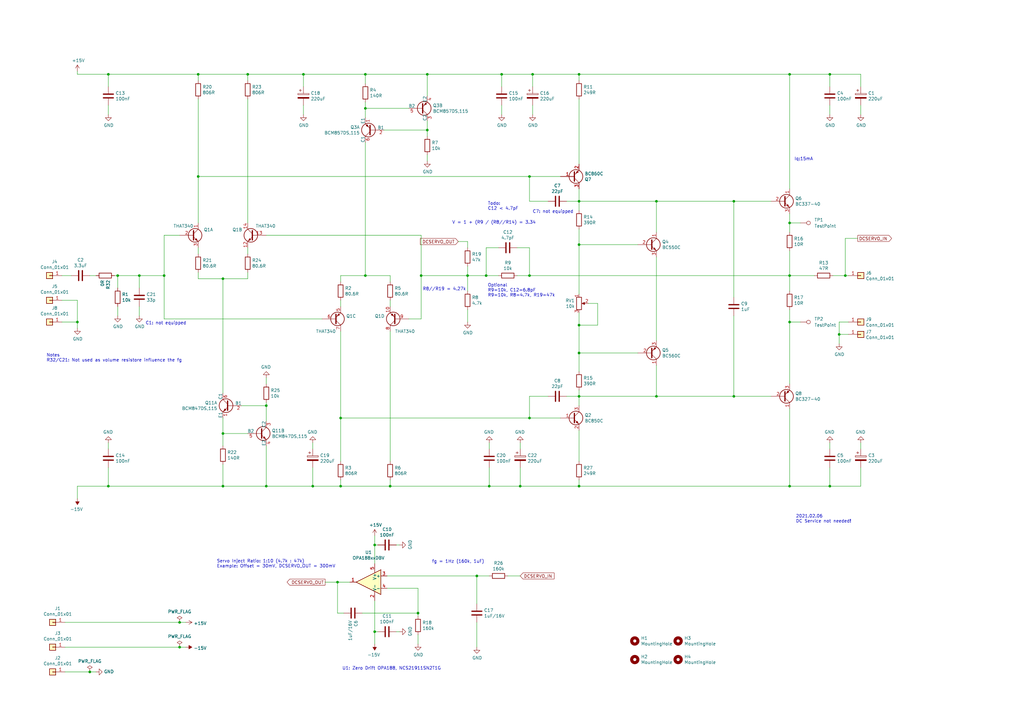
<source format=kicad_sch>
(kicad_sch (version 20230121) (generator eeschema)
  (paper "A3")
  (title_block (title "Discrete Pre-Amp Elektor THAT340 with DC Servo") (date "2023-01-01") (rev "v2e"))
  (lib_symbols
    (symbol "Amplifier_Operational:OPA188xxDBV" (pin_names (offset 0.127))
      (property "Reference" "U" (at 0 5.08 0))
      (property "Value" "OPA188xxDBV" (at 0 -5.08 0))
      (symbol "OPA188xxDBV_0_1"
        (pin power_in line (at -2.54 -7.62 90) (length 3.81) (name "V-") (number "2"))
        (pin power_in line (at -2.54 7.62 270) (length 3.81) (name "V+") (number "5"))
      )
      (symbol "OPA188xxDBV_1_1"
        (pin output line (at 7.62 0 180) (length 2.54) (name "~") (number "1"))
        (pin input line (at -7.62 2.54 0) (length 2.54) (name "+") (number "3"))
        (pin input line (at -7.62 -2.54 0) (length 2.54) (name "-") (number "4"))
      )
    )
    (symbol "Connector:TestPoint" (pin_numbers hide) (pin_names (offset 0.762) hide)
      (property "Reference" "TP" (at 0 6.858 0))
      (property "Value" "TestPoint" (at 0 5.08 0))
      (symbol "TestPoint_1_1"
        (pin passive line (at 0 0 90) (length 2.54) (name "1") (number "1"))
      )
    )
    (symbol "Connector_Generic:Conn_01x01" (pin_names (offset 1.016) hide)
      (property "Reference" "J" (at 0 2.54 0))
      (property "Value" "Conn_01x01" (at 0 -2.54 0))
      (symbol "Conn_01x01_1_1"
        (pin passive line (at -5.08 0 0) (length 3.81) (name "Pin_1") (number "1"))
      )
    )
    (symbol "Device:C" (pin_numbers hide) (pin_names (offset 0.254))
      (property "Reference" "C" (at 0.635 2.54 0))
      (property "Value" "C" (at 0.635 -2.54 0))
      (symbol "C_1_1"
        (pin passive line (at 0 3.81 270) (length 2.794) (name "~") (number "1"))
        (pin passive line (at 0 -3.81 90) (length 2.794) (name "~") (number "2"))
      )
    )
    (symbol "Device:C_Polarized" (pin_numbers hide) (pin_names (offset 0.254))
      (property "Reference" "C" (at 0.635 2.54 0))
      (property "Value" "C_Polarized" (at 0.635 -2.54 0))
      (symbol "C_Polarized_1_1"
        (pin passive line (at 0 3.81 270) (length 2.794) (name "~") (number "1"))
        (pin passive line (at 0 -3.81 90) (length 2.794) (name "~") (number "2"))
      )
    )
    (symbol "Device:R" (pin_numbers hide) (pin_names (offset 0))
      (property "Reference" "R" (at 2.032 0 90))
      (property "Value" "R" (at 0 0 90))
      (symbol "R_1_1"
        (pin passive line (at 0 3.81 270) (length 1.27) (name "~") (number "1"))
        (pin passive line (at 0 -3.81 90) (length 1.27) (name "~") (number "2"))
      )
    )
    (symbol "Mechanical:MountingHole" (pin_names (offset 1.016))
      (property "Reference" "H" (at 0 5.08 0))
      (property "Value" "MountingHole" (at 0 3.175 0))
    )
    (symbol "Transistor_BJT:BC327" (pin_names (offset 0) hide)
      (property "Reference" "Q" (at 5.08 1.905 0))
      (property "Value" "BC327" (at 5.08 0 0))
      (symbol "BC327_1_1"
        (pin passive line (at 2.54 5.08 270) (length 2.54) (name "C") (number "1"))
        (pin input line (at -5.08 0 0) (length 5.715) (name "B") (number "2"))
        (pin passive line (at 2.54 -5.08 90) (length 2.54) (name "E") (number "3"))
      )
    )
    (symbol "Transistor_BJT:BC337" (pin_names (offset 0) hide)
      (property "Reference" "Q" (at 5.08 1.905 0))
      (property "Value" "BC337" (at 5.08 0 0))
      (symbol "BC337_1_1"
        (pin passive line (at 2.54 5.08 270) (length 2.54) (name "C") (number "1"))
        (pin input line (at -5.08 0 0) (length 5.08) (name "B") (number "2"))
        (pin passive line (at 2.54 -5.08 90) (length 2.54) (name "E") (number "3"))
      )
    )
    (symbol "Transistor_BJT:BC550" (pin_names (offset 0) hide)
      (property "Reference" "Q" (at 5.08 1.905 0))
      (property "Value" "BC550" (at 5.08 0 0))
      (symbol "BC550_1_1"
        (pin passive line (at 2.54 5.08 270) (length 2.54) (name "C") (number "1"))
        (pin input line (at -5.08 0 0) (length 5.08) (name "B") (number "2"))
        (pin passive line (at 2.54 -5.08 90) (length 2.54) (name "E") (number "3"))
      )
    )
    (symbol "Transistor_BJT:BC560" (pin_names (offset 0) hide)
      (property "Reference" "Q" (at 5.08 1.905 0))
      (property "Value" "BC560" (at 5.08 0 0))
      (symbol "BC560_1_1"
        (pin passive line (at 2.54 5.08 270) (length 2.54) (name "C") (number "1"))
        (pin input line (at -5.08 0 0) (length 5.715) (name "B") (number "2"))
        (pin passive line (at 2.54 -5.08 90) (length 2.54) (name "E") (number "3"))
      )
    )
    (symbol "Transistor_BJT:BC850" (pin_names (offset 0) hide)
      (property "Reference" "Q" (at 5.08 1.905 0))
      (property "Value" "BC850" (at 5.08 0 0))
      (symbol "BC850_1_1"
        (pin input line (at -5.08 0 0) (length 5.715) (name "B") (number "1"))
        (pin passive line (at 2.54 -5.08 90) (length 2.54) (name "E") (number "2"))
        (pin passive line (at 2.54 5.08 270) (length 2.54) (name "C") (number "3"))
      )
    )
    (symbol "Transistor_BJT:BC860" (pin_names (offset 0) hide)
      (property "Reference" "Q" (at 5.08 1.905 0))
      (property "Value" "BC860" (at 5.08 0 0))
      (symbol "BC860_1_1"
        (pin input line (at -5.08 0 0) (length 5.715) (name "B") (number "1"))
        (pin passive line (at 2.54 -5.08 90) (length 2.54) (name "E") (number "2"))
        (pin passive line (at 2.54 5.08 270) (length 2.54) (name "C") (number "3"))
      )
    )
    (symbol "kicad-snk:BCM847DS,115" (pin_names (offset 0))
      (property "Reference" "Q" (at 5.08 1.27 0))
      (property "Value" "BCM847DS,115" (at 5.08 -1.27 0))
      (symbol "BCM847DS,115_1_1"
        (pin passive line (at 2.54 -5.08 90) (length 2.54) (name "E1") (number "1"))
        (pin input line (at -5.08 0 0) (length 2.54) (name "B1") (number "2"))
        (pin passive line (at 2.54 5.08 270) (length 2.54) (name "C1") (number "6"))
      )
      (symbol "BCM847DS,115_2_1"
        (pin passive line (at 2.54 5.08 270) (length 2.54) (name "C2") (number "3"))
        (pin passive line (at 2.54 -5.08 90) (length 2.54) (name "E2") (number "4"))
        (pin input line (at -5.08 0 0) (length 2.54) (name "B2") (number "5"))
      )
    )
    (symbol "kicad-snk:BCM857DS,115" (pin_names (offset 0))
      (property "Reference" "Q" (at 5.08 1.27 0))
      (property "Value" "BCM857DS,115" (at 5.08 -1.27 0))
      (symbol "BCM857DS,115_1_1"
        (pin passive line (at 2.54 -5.08 90) (length 2.54) (name "E1") (number "1"))
        (pin input line (at -5.08 0 0) (length 2.54) (name "B1") (number "2"))
        (pin passive line (at 2.54 5.08 270) (length 2.54) (name "C1") (number "6"))
      )
      (symbol "BCM857DS,115_2_1"
        (pin passive line (at 2.54 5.08 270) (length 2.54) (name "C2") (number "3"))
        (pin passive line (at 2.54 -5.08 90) (length 2.54) (name "E2") (number "4"))
        (pin input line (at -5.08 0 0) (length 2.54) (name "B2") (number "5"))
      )
    )
    (symbol "kicad-snk:THAT340" (pin_names (offset 0) hide)
      (property "Reference" "Q" (at 5.334 -5.08 0))
      (property "Value" "THAT340" (at 5.334 -6.858 0))
      (property "Datasheet" "http://www.thatcorp.com/datashts/THAT_300-Series_Datasheet.pdf" (at -2.032 0 0))
      (symbol "THAT340_1_1"
        (pin passive line (at 2.54 5.08 270) (length 2.54) (name "C") (number "1"))
        (pin input line (at -5.08 0 0) (length 5.715) (name "B") (number "2"))
        (pin passive line (at 2.54 -5.08 90) (length 2.54) (name "E") (number "3"))
      )
      (symbol "THAT340_2_1"
        (pin passive line (at 2.54 -5.08 90) (length 2.54) (name "E") (number "12"))
        (pin input line (at -5.08 0 0) (length 5.715) (name "B") (number "13"))
        (pin passive line (at 2.54 5.08 270) (length 2.54) (name "C") (number "14"))
      )
      (symbol "THAT340_3_1"
        (pin passive line (at 2.54 5.08 270) (length 2.54) (name "C") (number "5"))
        (pin input line (at -5.08 0 0) (length 5.715) (name "B") (number "6"))
        (pin passive line (at 2.54 -5.08 90) (length 2.54) (name "E") (number "7"))
      )
      (symbol "THAT340_4_1"
        (pin input line (at 2.54 5.08 270) (length 2.54) (name "~") (number "10"))
        (pin passive line (at 2.54 -5.08 90) (length 2.54) (name "E") (number "8"))
        (pin input line (at -5.08 0 0) (length 5.715) (name "B") (number "9"))
      )
      (symbol "THAT340_5_0"
        (text "SUB" (at -2.667 0 0) (effects (font (size 1.524 1.524))))
        (text "SUB" (at 2.921 0 0) (effects (font (size 1.524 1.524))))
      )
      (symbol "THAT340_5_1"
        (pin passive line (at 7.62 0 180) (length 2.54) (name "E") (number "11"))
        (pin input line (at -7.62 0 0) (length 2.54) (name "B") (number "4"))
      )
    )
    (symbol "power:+15V" (power) (pin_names (offset 0))
      (property "Value" "+15V" (at 0 3.556 0))
      (symbol "+15V_1_1"
        (pin power_in line (at 0 0 90) (length 0) hide (name "+15V") (number "1"))
      )
    )
    (symbol "power:-15V" (power) (pin_names (offset 0))
      (property "Value" "-15V" (at 0 3.81 0))
      (symbol "-15V_0_0"
        (pin power_in line (at 0 0 90) (length 0) hide (name "-15V") (number "1"))
      )
    )
    (symbol "power:GND" (power) (pin_names (offset 0))
      (property "Value" "GND" (at 0 -3.81 0))
      (symbol "GND_1_1"
        (pin power_in line (at 0 0 270) (length 0) hide (name "GND") (number "1"))
      )
    )
    (symbol "power:PWR_FLAG" (power) (pin_numbers hide) (pin_names (offset 0) hide)
      (property "Value" "PWR_FLAG" (at 0 3.81 0))
      (symbol "PWR_FLAG_0_0"
        (pin power_out line (at 0 0 90) (length 0) (name "pwr") (number "1"))
      )
    )
    (symbol "pre-amp-discret-rescue:R_POT-Device" (pin_names (offset 1.016) hide)
      (property "Reference" "RV" (at -4.445 0 90))
      (property "Value" "R_POT-Device" (at -2.54 0 90))
      (symbol "R_POT-Device_1_1"
        (pin passive line (at 0 3.81 270) (length 1.27) (name "1") (number "1"))
        (pin passive line (at 3.81 0 180) (length 1.27) (name "2") (number "2"))
        (pin passive line (at 0 -3.81 90) (length 1.27) (name "3") (number "3"))
      )
    )
  )
  (junction (at 149.86 113.03))
  (junction (at 139.7 199.39))
  (junction (at 237.49 162.56))
  (junction (at 237.49 100.33))
  (junction (at 237.49 30.48))
  (junction (at 149.86 30.48))
  (junction (at 67.31 113.03))
  (junction (at 160.02 199.39))
  (junction (at 237.49 82.55))
  (junction (at 300.99 82.55))
  (junction (at 175.26 30.48))
  (junction (at 237.49 133.35))
  (junction (at 217.17 72.39))
  (junction (at 124.46 30.48))
  (junction (at 340.36 199.39))
  (junction (at 195.58 236.22))
  (junction (at 171.45 251.46))
  (junction (at 139.7 171.45))
  (junction (at 346.71 113.03))
  (junction (at 323.85 91.44))
  (junction (at 91.44 114.3))
  (junction (at 138.43 238.76))
  (junction (at 172.72 113.03))
  (junction (at 36.83 275.59))
  (junction (at 153.67 223.52))
  (junction (at 237.49 144.78))
  (junction (at 205.74 30.48))
  (junction (at 323.85 113.03))
  (junction (at 44.45 30.48))
  (junction (at 81.28 30.48))
  (junction (at 175.26 53.34))
  (junction (at 217.17 171.45))
  (junction (at 44.45 199.39))
  (junction (at 73.66 255.27))
  (junction (at 109.22 166.37))
  (junction (at 57.15 113.03))
  (junction (at 269.24 162.56))
  (junction (at 323.85 30.48))
  (junction (at 109.22 199.39))
  (junction (at 31.75 132.08))
  (junction (at 218.44 30.48))
  (junction (at 213.36 199.39))
  (junction (at 73.66 265.43))
  (junction (at 91.44 199.39))
  (junction (at 323.85 132.08))
  (junction (at 81.28 72.39))
  (junction (at 191.77 113.03))
  (junction (at 200.66 199.39))
  (junction (at 48.26 113.03))
  (junction (at 269.24 82.55))
  (junction (at 340.36 30.48))
  (junction (at 237.49 199.39))
  (junction (at 149.86 44.45))
  (junction (at 91.44 177.8))
  (junction (at 199.39 113.03))
  (junction (at 128.27 199.39))
  (junction (at 101.6 30.48))
  (junction (at 344.17 137.16))
  (junction (at 300.99 162.56))
  (junction (at 217.17 113.03))
  (junction (at 323.85 199.39))
  (junction (at 153.67 259.08))
  (wire (pts (xy 26.67 265.43) (xy 73.66 265.43)))
  (wire (pts (xy 73.66 255.27) (xy 76.2 255.27)))
  (wire (pts (xy 347.98 132.08) (xy 344.17 132.08)))
  (wire (pts (xy 91.44 114.3) (xy 81.28 114.3)))
  (wire (pts (xy 237.49 100.33) (xy 237.49 93.98)))
  (wire (pts (xy 200.66 184.15) (xy 200.66 181.61)))
  (wire (pts (xy 163.83 223.52) (xy 162.56 223.52)))
  (wire (pts (xy 158.75 236.22) (xy 195.58 236.22)))
  (wire (pts (xy 109.22 182.88) (xy 109.22 199.39)))
  (wire (pts (xy 323.85 119.38) (xy 323.85 113.03)))
  (wire (pts (xy 212.09 101.6) (xy 217.17 101.6)))
  (wire (pts (xy 353.06 43.18) (xy 353.06 46.99)))
  (wire (pts (xy 353.06 30.48) (xy 340.36 30.48)))
  (wire (pts (xy 237.49 199.39) (xy 237.49 196.85)))
  (wire (pts (xy 67.31 96.52) (xy 67.31 113.03)))
  (wire (pts (xy 205.74 30.48) (xy 218.44 30.48)))
  (wire (pts (xy 261.62 100.33) (xy 237.49 100.33)))
  (wire (pts (xy 237.49 176.53) (xy 237.49 189.23)))
  (wire (pts (xy 149.86 113.03) (xy 160.02 113.03)))
  (wire (pts (xy 205.74 30.48) (xy 205.74 35.56)))
  (wire (pts (xy 213.36 191.77) (xy 213.36 199.39)))
  (wire (pts (xy 172.72 96.52) (xy 172.72 113.03)))
  (wire (pts (xy 138.43 251.46) (xy 138.43 238.76)))
  (wire (pts (xy 153.67 219.71) (xy 153.67 223.52)))
  (wire (pts (xy 237.49 162.56) (xy 237.49 160.02)))
  (wire (pts (xy 153.67 246.38) (xy 153.67 259.08)))
  (wire (pts (xy 269.24 82.55) (xy 237.49 82.55)))
  (wire (pts (xy 344.17 132.08) (xy 344.17 137.16)))
  (wire (pts (xy 217.17 162.56) (xy 217.17 171.45)))
  (wire (pts (xy 347.98 137.16) (xy 344.17 137.16)))
  (wire (pts (xy 31.75 199.39) (xy 44.45 199.39)))
  (wire (pts (xy 340.36 35.56) (xy 340.36 30.48)))
  (wire (pts (xy 237.49 86.36) (xy 237.49 82.55)))
  (wire (pts (xy 323.85 91.44) (xy 328.295 91.44)))
  (wire (pts (xy 237.49 33.02) (xy 237.49 30.48)))
  (wire (pts (xy 25.4 132.08) (xy 31.75 132.08)))
  (wire (pts (xy 160.02 125.73) (xy 160.02 123.19)))
  (wire (pts (xy 148.59 251.46) (xy 171.45 251.46)))
  (wire (pts (xy 26.67 255.27) (xy 73.66 255.27)))
  (wire (pts (xy 160.02 135.89) (xy 160.02 189.23)))
  (wire (pts (xy 109.22 96.52) (xy 172.72 96.52)))
  (wire (pts (xy 199.39 113.03) (xy 191.77 113.03)))
  (wire (pts (xy 175.26 66.04) (xy 175.26 63.5)))
  (wire (pts (xy 101.6 40.64) (xy 101.6 91.44)))
  (wire (pts (xy 44.45 35.56) (xy 44.45 30.48)))
  (wire (pts (xy 57.15 113.03) (xy 67.31 113.03)))
  (wire (pts (xy 149.86 34.29) (xy 149.86 30.48)))
  (wire (pts (xy 160.02 199.39) (xy 200.66 199.39)))
  (wire (pts (xy 205.74 46.99) (xy 205.74 43.18)))
  (wire (pts (xy 44.45 184.15) (xy 44.45 181.61)))
  (wire (pts (xy 175.26 30.48) (xy 205.74 30.48)))
  (wire (pts (xy 157.48 53.34) (xy 175.26 53.34)))
  (wire (pts (xy 109.22 165.1) (xy 109.22 166.37)))
  (wire (pts (xy 224.79 162.56) (xy 217.17 162.56)))
  (wire (pts (xy 139.7 135.89) (xy 139.7 171.45)))
  (wire (pts (xy 128.27 184.15) (xy 128.27 181.61)))
  (wire (pts (xy 153.67 259.08) (xy 153.67 264.16)))
  (wire (pts (xy 224.79 82.55) (xy 217.17 82.55)))
  (wire (pts (xy 57.15 129.54) (xy 57.15 125.73)))
  (wire (pts (xy 101.6 30.48) (xy 101.6 33.02)))
  (wire (pts (xy 48.26 118.11) (xy 48.26 113.03)))
  (wire (pts (xy 323.85 87.63) (xy 323.85 91.44)))
  (wire (pts (xy 109.22 166.37) (xy 109.22 172.72)))
  (wire (pts (xy 48.26 113.03) (xy 57.15 113.03)))
  (wire (pts (xy 232.41 162.56) (xy 237.49 162.56)))
  (wire (pts (xy 31.75 30.48) (xy 31.75 29.21)))
  (wire (pts (xy 149.86 48.26) (xy 149.86 44.45)))
  (wire (pts (xy 26.67 275.59) (xy 36.83 275.59)))
  (wire (pts (xy 340.36 199.39) (xy 340.36 191.77)))
  (wire (pts (xy 200.66 191.77) (xy 200.66 199.39)))
  (wire (pts (xy 67.31 113.03) (xy 67.31 130.81)))
  (wire (pts (xy 323.85 167.64) (xy 323.85 199.39)))
  (wire (pts (xy 245.11 133.35) (xy 237.49 133.35)))
  (wire (pts (xy 213.36 199.39) (xy 237.49 199.39)))
  (wire (pts (xy 300.99 162.56) (xy 269.24 162.56)))
  (wire (pts (xy 217.17 171.45) (xy 139.7 171.45)))
  (wire (pts (xy 109.22 157.48) (xy 109.22 154.94)))
  (wire (pts (xy 139.7 125.73) (xy 139.7 123.19)))
  (wire (pts (xy 73.66 265.43) (xy 76.2 265.43)))
  (wire (pts (xy 44.45 199.39) (xy 44.45 191.77)))
  (wire (pts (xy 346.71 113.03) (xy 347.98 113.03)))
  (wire (pts (xy 139.7 113.03) (xy 149.86 113.03)))
  (wire (pts (xy 237.49 199.39) (xy 323.85 199.39)))
  (wire (pts (xy 323.85 199.39) (xy 340.36 199.39)))
  (wire (pts (xy 300.99 129.54) (xy 300.99 162.56)))
  (wire (pts (xy 31.75 132.08) (xy 31.75 134.62)))
  (wire (pts (xy 172.72 113.03) (xy 191.77 113.03)))
  (wire (pts (xy 232.41 82.55) (xy 237.49 82.55)))
  (wire (pts (xy 340.36 184.15) (xy 340.36 181.61)))
  (wire (pts (xy 44.45 46.99) (xy 44.45 43.18)))
  (wire (pts (xy 213.36 184.15) (xy 213.36 181.61)))
  (wire (pts (xy 323.85 157.48) (xy 323.85 132.08)))
  (wire (pts (xy 153.67 223.52) (xy 153.67 231.14)))
  (wire (pts (xy 175.26 53.34) (xy 175.26 49.53)))
  (wire (pts (xy 323.85 30.48) (xy 340.36 30.48)))
  (wire (pts (xy 237.49 133.35) (xy 237.49 144.78)))
  (wire (pts (xy 175.26 39.37) (xy 175.26 30.48)))
  (wire (pts (xy 237.49 30.48) (xy 323.85 30.48)))
  (wire (pts (xy 128.27 199.39) (xy 128.27 191.77)))
  (wire (pts (xy 101.6 114.3) (xy 91.44 114.3)))
  (wire (pts (xy 217.17 113.03) (xy 323.85 113.03)))
  (wire (pts (xy 167.64 130.81) (xy 172.72 130.81)))
  (wire (pts (xy 31.75 204.47) (xy 31.75 199.39)))
  (wire (pts (xy 139.7 171.45) (xy 139.7 189.23)))
  (wire (pts (xy 81.28 114.3) (xy 81.28 111.76)))
  (wire (pts (xy 101.6 177.8) (xy 91.44 177.8)))
  (wire (pts (xy 36.83 113.03) (xy 39.37 113.03)))
  (wire (pts (xy 154.94 259.08) (xy 153.67 259.08)))
  (wire (pts (xy 81.28 104.14) (xy 81.28 101.6)))
  (wire (pts (xy 31.75 30.48) (xy 44.45 30.48)))
  (wire (pts (xy 31.75 123.19) (xy 31.75 132.08)))
  (wire (pts (xy 160.02 115.57) (xy 160.02 113.03)))
  (wire (pts (xy 101.6 104.14) (xy 101.6 101.6)))
  (wire (pts (xy 172.72 113.03) (xy 172.72 130.81)))
  (wire (pts (xy 140.97 251.46) (xy 138.43 251.46)))
  (wire (pts (xy 191.77 101.6) (xy 191.77 99.06)))
  (wire (pts (xy 81.28 40.64) (xy 81.28 72.39)))
  (wire (pts (xy 212.09 113.03) (xy 217.17 113.03)))
  (wire (pts (xy 99.06 166.37) (xy 109.22 166.37)))
  (wire (pts (xy 300.99 121.92) (xy 300.99 82.55)))
  (wire (pts (xy 229.87 171.45) (xy 217.17 171.45)))
  (wire (pts (xy 91.44 177.8) (xy 91.44 171.45)))
  (wire (pts (xy 323.85 113.03) (xy 334.01 113.03)))
  (wire (pts (xy 269.24 149.86) (xy 269.24 162.56)))
  (wire (pts (xy 44.45 199.39) (xy 91.44 199.39)))
  (wire (pts (xy 353.06 184.15) (xy 353.06 181.61)))
  (wire (pts (xy 323.85 30.48) (xy 323.85 77.47)))
  (wire (pts (xy 346.71 97.79) (xy 346.71 113.03)))
  (wire (pts (xy 109.22 199.39) (xy 128.27 199.39)))
  (wire (pts (xy 139.7 115.57) (xy 139.7 113.03)))
  (wire (pts (xy 245.11 124.46) (xy 245.11 133.35)))
  (wire (pts (xy 199.39 101.6) (xy 199.39 113.03)))
  (wire (pts (xy 36.83 275.59) (xy 39.37 275.59)))
  (wire (pts (xy 128.27 199.39) (xy 139.7 199.39)))
  (wire (pts (xy 353.06 199.39) (xy 353.06 191.77)))
  (wire (pts (xy 25.4 113.03) (xy 29.21 113.03)))
  (wire (pts (xy 149.86 30.48) (xy 175.26 30.48)))
  (wire (pts (xy 171.45 260.35) (xy 171.45 264.16)))
  (wire (pts (xy 149.86 58.42) (xy 149.86 113.03)))
  (wire (pts (xy 241.3 124.46) (xy 245.11 124.46)))
  (wire (pts (xy 124.46 35.56) (xy 124.46 30.48)))
  (wire (pts (xy 195.58 236.22) (xy 200.66 236.22)))
  (wire (pts (xy 139.7 199.39) (xy 160.02 199.39)))
  (wire (pts (xy 171.45 241.3) (xy 158.75 241.3)))
  (wire (pts (xy 353.06 199.39) (xy 340.36 199.39)))
  (wire (pts (xy 57.15 118.11) (xy 57.15 113.03)))
  (wire (pts (xy 25.4 123.19) (xy 31.75 123.19)))
  (wire (pts (xy 208.28 236.22) (xy 213.36 236.22)))
  (wire (pts (xy 217.17 101.6) (xy 217.17 113.03)))
  (wire (pts (xy 48.26 129.54) (xy 48.26 125.73)))
  (wire (pts (xy 133.35 238.76) (xy 138.43 238.76)))
  (wire (pts (xy 139.7 199.39) (xy 139.7 196.85)))
  (wire (pts (xy 217.17 72.39) (xy 217.17 82.55)))
  (wire (pts (xy 81.28 30.48) (xy 101.6 30.48)))
  (wire (pts (xy 167.64 44.45) (xy 149.86 44.45)))
  (wire (pts (xy 149.86 44.45) (xy 149.86 41.91)))
  (wire (pts (xy 218.44 30.48) (xy 237.49 30.48)))
  (wire (pts (xy 191.77 127) (xy 191.77 132.08)))
  (wire (pts (xy 81.28 30.48) (xy 81.28 33.02)))
  (wire (pts (xy 175.26 55.88) (xy 175.26 53.34)))
  (wire (pts (xy 191.77 113.03) (xy 191.77 119.38)))
  (wire (pts (xy 124.46 43.18) (xy 124.46 46.99)))
  (wire (pts (xy 67.31 96.52) (xy 73.66 96.52)))
  (wire (pts (xy 46.99 113.03) (xy 48.26 113.03)))
  (wire (pts (xy 163.83 259.08) (xy 162.56 259.08)))
  (wire (pts (xy 218.44 43.18) (xy 218.44 46.99)))
  (wire (pts (xy 204.47 101.6) (xy 199.39 101.6)))
  (wire (pts (xy 171.45 252.73) (xy 171.45 251.46)))
  (wire (pts (xy 269.24 162.56) (xy 237.49 162.56)))
  (wire (pts (xy 237.49 144.78) (xy 237.49 152.4)))
  (wire (pts (xy 195.58 247.65) (xy 195.58 236.22)))
  (wire (pts (xy 344.17 140.97) (xy 344.17 137.16)))
  (wire (pts (xy 199.39 113.03) (xy 204.47 113.03)))
  (wire (pts (xy 237.49 120.65) (xy 237.49 100.33)))
  (wire (pts (xy 353.06 35.56) (xy 353.06 30.48)))
  (wire (pts (xy 269.24 105.41) (xy 269.24 139.7)))
  (wire (pts (xy 341.63 113.03) (xy 346.71 113.03)))
  (wire (pts (xy 323.85 91.44) (xy 323.85 95.25)))
  (wire (pts (xy 237.49 82.55) (xy 237.49 77.47)))
  (wire (pts (xy 200.66 199.39) (xy 213.36 199.39)))
  (wire (pts (xy 171.45 251.46) (xy 171.45 241.3)))
  (wire (pts (xy 138.43 238.76) (xy 143.51 238.76)))
  (wire (pts (xy 124.46 30.48) (xy 101.6 30.48)))
  (wire (pts (xy 323.85 132.08) (xy 328.295 132.08)))
  (wire (pts (xy 191.77 99.06) (xy 187.96 99.06)))
  (wire (pts (xy 195.58 265.43) (xy 195.58 255.27)))
  (wire (pts (xy 323.85 113.03) (xy 323.85 102.87)))
  (wire (pts (xy 160.02 199.39) (xy 160.02 196.85)))
  (wire (pts (xy 81.28 72.39) (xy 81.28 91.44)))
  (wire (pts (xy 101.6 114.3) (xy 101.6 111.76)))
  (wire (pts (xy 351.79 97.79) (xy 346.71 97.79)))
  (wire (pts (xy 67.31 130.81) (xy 132.08 130.81)))
  (wire (pts (xy 269.24 95.25) (xy 269.24 82.55)))
  (wire (pts (xy 91.44 199.39) (xy 109.22 199.39)))
  (wire (pts (xy 217.17 72.39) (xy 81.28 72.39)))
  (wire (pts (xy 300.99 82.55) (xy 269.24 82.55)))
  (wire (pts (xy 154.94 223.52) (xy 153.67 223.52)))
  (wire (pts (xy 237.49 40.64) (xy 237.49 67.31)))
  (wire (pts (xy 323.85 132.08) (xy 323.85 127)))
  (wire (pts (xy 44.45 30.48) (xy 81.28 30.48)))
  (wire (pts (xy 91.44 161.29) (xy 91.44 114.3)))
  (wire (pts (xy 237.49 166.37) (xy 237.49 162.56)))
  (wire (pts (xy 316.23 162.56) (xy 300.99 162.56)))
  (wire (pts (xy 229.87 72.39) (xy 217.17 72.39)))
  (wire (pts (xy 91.44 190.5) (xy 91.44 199.39)))
  (wire (pts (xy 191.77 109.22) (xy 191.77 113.03)))
  (wire (pts (xy 237.49 128.27) (xy 237.49 133.35)))
  (wire (pts (xy 261.62 144.78) (xy 237.49 144.78)))
  (wire (pts (xy 340.36 46.99) (xy 340.36 43.18)))
  (wire (pts (xy 91.44 182.88) (xy 91.44 177.8)))
  (wire (pts (xy 124.46 30.48) (xy 149.86 30.48)))
  (wire (pts (xy 218.44 30.48) (xy 218.44 35.56)))
  (wire (pts (xy 316.23 82.55) (xy 300.99 82.55)))
  (text "V = 1 + (R9 / (R8//R14) = 3.34" (at 185.42 92.075 0) (effects (font (size 1.27 1.27)) (justify left bottom)))
  (text "U1: Zero Drift OPA188, NCS21911SN2T1G" (at 140.335 274.955 0) (effects (font (size 1.27 1.27)) (justify left bottom)))
  (text "Notes\nR32/C21: Not used as volume resistore influence the fg" (at 19.05 148.59 0) (effects (font (size 1.27 1.27)) (justify left bottom)))
  (text "R8//R19 = 4.27k" (at 173.355 119.38 0) (effects (font (size 1.27 1.27)) (justify left bottom)))
  (text "2021.02.06\nDC Service not needed!" (at 326.39 214.63 0) (effects (font (size 1.27 1.27)) (justify left bottom)))
  (text "fg = 1Hz (160k, 1uF)" (at 177.165 231.14 0) (effects (font (size 1.27 1.27)) (justify left bottom)))
  (text "Optional\nR9=10k, C12=6.8pF\nR9=10k, R8=4.7k, R19=47k" (at 200.025 121.92 0) (effects (font (size 1.27 1.27)) (justify left bottom)))
  (text "Todo:\nC12 < 4.7pF" (at 200.025 86.36 0) (effects (font (size 1.27 1.27)) (justify left bottom)))
  (text "C7: not equipped" (at 218.44 87.63 0) (effects (font (size 1.27 1.27)) (justify left bottom)))
  (text "C1: not equipped" (at 59.69 133.35 0) (effects (font (size 1.27 1.27)) (justify left bottom)))
  (text "Servo Inject Ratio: 1:10 (4.7k : 47k)\nExample: Offset = 30mV, DCSERVO_OUT = 300mV" (at 88.9 233.045 0) (effects (font (size 1.27 1.27)) (justify left bottom)))
  (text "Iq:15mA" (at 325.755 66.04 0) (effects (font (size 1.27 1.27)) (justify left bottom)))
  (global_label "DCSERVO_OUT" (shape output) (at 133.35 238.76 180) (property "Intersheetrefs" "${INTERSHEET_REFS}" (effects hide)))
  (global_label "DCSERVO_OUT" (shape input) (at 187.96 99.06 180) (property "Intersheetrefs" "${INTERSHEET_REFS}" (effects hide)))
  (global_label "DCSERVO_IN" (shape output) (at 351.79 97.79 0) (property "Intersheetrefs" "${INTERSHEET_REFS}" (effects hide)))
  (global_label "DCSERVO_IN" (shape input) (at 213.36 236.22 0) (property "Intersheetrefs" "${INTERSHEET_REFS}" (effects hide)))
  (symbol (lib_id "Device:R") (at 160.02 193.04 0) (unit 1)
    (property "Reference" "R6" (at 161.798 191.8716 0) (effects (justify left)))
    (property "Value" "806R" (at 161.798 194.183 0) (effects (justify left)))
    (property "Footprint" "Resistor_SMD:R_0805_2012Metric_Pad1.20x1.40mm_HandSolder" (effects hide))
  )
  (symbol (lib_id "Device:C") (at 33.02 113.03 270) (unit 1)
    (property "Reference" "C2" (at 33.02 106.6292 90))
    (property "Value" "3.3uF" (at 33.02 108.9406 90))
    (property "Footprint" "Capacitor_THT:C_Rect_L7.2mm_W7.2mm_P5.00mm_FKS2_FKP2_MKS2_MKP2" (effects hide))
  )
  (symbol (lib_id "power:GND") (at 48.26 129.54 0) (unit 1)
    (property "Reference" "#PWR09" (effects hide))
    (property "Value" "GND" (at 48.387 133.9342 0))
  )
  (symbol (lib_id "Device:R") (at 139.7 193.04 0) (unit 1)
    (property "Reference" "R3" (at 141.478 191.8716 0) (effects (justify left)))
    (property "Value" "806R" (at 141.478 194.183 0) (effects (justify left)))
    (property "Footprint" "Resistor_SMD:R_0805_2012Metric_Pad1.20x1.40mm_HandSolder" (effects hide))
  )
  (symbol (lib_id "Device:R") (at 48.26 121.92 0) (unit 1)
    (property "Reference" "R1" (at 50.038 120.7516 0) (effects (justify left)))
    (property "Value" "10k" (at 50.038 123.063 0) (effects (justify left)))
    (property "Footprint" "Resistor_SMD:R_0805_2012Metric_Pad1.20x1.40mm_HandSolder" (effects hide))
  )
  (symbol (lib_id "Device:R") (at 191.77 123.19 0) (unit 1)
    (property "Reference" "R8" (at 193.548 122.0216 0) (effects (justify left)))
    (property "Value" "4.7k" (at 193.548 124.333 0) (effects (justify left)))
    (property "Footprint" "Resistor_SMD:R_0805_2012Metric_Pad1.20x1.40mm_HandSolder" (effects hide))
  )
  (symbol (lib_id "Device:R") (at 208.28 113.03 270) (unit 1)
    (property "Reference" "R9" (at 208.28 107.7722 90))
    (property "Value" "10k" (at 208.28 110.0836 90))
    (property "Footprint" "Resistor_SMD:R_0805_2012Metric_Pad1.20x1.40mm_HandSolder" (effects hide))
  )
  (symbol (lib_id "Device:R") (at 139.7 119.38 0) (unit 1)
    (property "Reference" "R2" (at 141.478 118.2116 0) (effects (justify left)))
    (property "Value" "80.6R" (at 141.478 120.523 0) (effects (justify left)))
    (property "Footprint" "Resistor_SMD:R_0805_2012Metric_Pad1.20x1.40mm_HandSolder" (effects hide))
  )
  (symbol (lib_id "Device:R") (at 160.02 119.38 0) (unit 1)
    (property "Reference" "R5" (at 161.798 118.2116 0) (effects (justify left)))
    (property "Value" "80.6R" (at 161.798 120.523 0) (effects (justify left)))
    (property "Footprint" "Resistor_SMD:R_0805_2012Metric_Pad1.20x1.40mm_HandSolder" (effects hide))
  )
  (symbol (lib_id "Device:R") (at 149.86 38.1 0) (unit 1)
    (property "Reference" "R4" (at 151.638 36.9316 0) (effects (justify left)))
    (property "Value" "140R" (at 151.638 39.243 0) (effects (justify left)))
    (property "Footprint" "Resistor_SMD:R_0805_2012Metric_Pad1.20x1.40mm_HandSolder" (effects hide))
  )
  (symbol (lib_id "Device:R") (at 175.26 59.69 0) (unit 1)
    (property "Reference" "R7" (at 177.038 58.5216 0) (effects (justify left)))
    (property "Value" "10k" (at 177.038 60.833 0) (effects (justify left)))
    (property "Footprint" "Resistor_SMD:R_0805_2012Metric_Pad1.20x1.40mm_HandSolder" (effects hide))
  )
  (symbol (lib_id "Transistor_BJT:BC860") (at 234.95 72.39 0) (mirror x) (unit 1)
    (property "Reference" "Q7" (at 239.8014 73.5584 0) (effects (justify left)))
    (property "Value" "BC860C" (at 239.8014 71.247 0) (effects (justify left)))
    (property "Footprint" "Package_TO_SOT_SMD:SOT-23" (effects hide))
    (property "Datasheet" "http://www.infineon.com/dgdl/Infineon-BC857SERIES_BC858SERIES_BC859SERIES_BC860SERIES-DS-v01_01-en.pdf?fileId=db3a304314dca389011541da0e3a1661" (effects hide))
  )
  (symbol (lib_id "Device:R") (at 237.49 36.83 0) (unit 1)
    (property "Reference" "R11" (at 239.268 35.6616 0) (effects (justify left)))
    (property "Value" "249R" (at 239.268 37.973 0) (effects (justify left)))
    (property "Footprint" "Resistor_SMD:R_0805_2012Metric_Pad1.20x1.40mm_HandSolder" (effects hide))
  )
  (symbol (lib_id "power:GND") (at 191.77 132.08 0) (unit 1)
    (property "Reference" "#PWR013" (effects hide))
    (property "Value" "GND" (at 191.897 136.4742 0))
  )
  (symbol (lib_id "power:GND") (at 31.75 134.62 0) (unit 1)
    (property "Reference" "#PWR04" (effects hide))
    (property "Value" "GND" (at 31.877 139.0142 0))
  )
  (symbol (lib_id "Mechanical:MountingHole") (at 260.35 262.89 0) (unit 1)
    (property "Reference" "H1" (at 262.89 261.7216 0) (effects (justify left)))
    (property "Value" "MountingHole" (at 262.89 264.033 0) (effects (justify left)))
    (property "Footprint" "MountingHole:MountingHole_3.2mm_M3" (effects hide))
  )
  (symbol (lib_id "Mechanical:MountingHole") (at 278.13 262.89 0) (unit 1)
    (property "Reference" "H3" (at 280.67 261.7216 0) (effects (justify left)))
    (property "Value" "MountingHole" (at 280.67 264.033 0) (effects (justify left)))
    (property "Footprint" "MountingHole:MountingHole_3.2mm_M3" (effects hide))
  )
  (symbol (lib_id "Mechanical:MountingHole") (at 260.35 270.51 0) (unit 1)
    (property "Reference" "H2" (at 262.89 269.3416 0) (effects (justify left)))
    (property "Value" "MountingHole" (at 262.89 271.653 0) (effects (justify left)))
    (property "Footprint" "MountingHole:MountingHole_3.2mm_M3" (effects hide))
  )
  (symbol (lib_id "Mechanical:MountingHole") (at 278.13 270.51 0) (unit 1)
    (property "Reference" "H4" (at 280.67 269.3416 0) (effects (justify left)))
    (property "Value" "MountingHole" (at 280.67 271.653 0) (effects (justify left)))
    (property "Footprint" "MountingHole:MountingHole_3.2mm_M3" (effects hide))
  )
  (symbol (lib_id "Connector_Generic:Conn_01x01") (at 20.32 113.03 180) (unit 1)
    (property "Reference" "J4" (at 22.4028 107.315 0))
    (property "Value" "Conn_01x01" (at 22.4028 109.6264 0))
    (property "Footprint" "Connector_Pin:Pin_D1.0mm_L10.0mm" (effects hide))
  )
  (symbol (lib_id "Connector_Generic:Conn_01x01") (at 20.32 123.19 180) (unit 1)
    (property "Reference" "J5" (at 22.4028 117.475 0))
    (property "Value" "Conn_01x01" (at 22.4028 119.7864 0))
    (property "Footprint" "Connector_Pin:Pin_D1.0mm_L10.0mm" (effects hide))
  )
  (symbol (lib_id "power:GND") (at 175.26 66.04 0) (unit 1)
    (property "Reference" "#PWR012" (effects hide))
    (property "Value" "GND" (at 175.387 70.4342 0))
  )
  (symbol (lib_id "power:+15V") (at 31.75 29.21 0) (unit 1)
    (property "Reference" "#PWR05" (effects hide))
    (property "Value" "+15V" (at 32.131 24.8158 0))
  )
  (symbol (lib_id "power:-15V") (at 31.75 204.47 180) (unit 1)
    (property "Reference" "#PWR08" (effects hide))
    (property "Value" "-15V" (at 31.369 208.8642 0))
  )
  (symbol (lib_id "Connector_Generic:Conn_01x01") (at 353.06 113.03 0) (unit 1)
    (property "Reference" "J6" (at 355.092 111.9632 0) (effects (justify left)))
    (property "Value" "Conn_01x01" (at 355.092 114.2746 0) (effects (justify left)))
    (property "Footprint" "Connector_Pin:Pin_D1.0mm_L10.0mm" (effects hide))
  )
  (symbol (lib_id "Connector_Generic:Conn_01x01") (at 353.06 137.16 0) (unit 1)
    (property "Reference" "J7" (at 355.092 136.0932 0) (effects (justify left)))
    (property "Value" "Conn_01x01" (at 355.092 138.4046 0) (effects (justify left)))
    (property "Footprint" "Connector_Pin:Pin_D1.0mm_L10.0mm" (effects hide))
  )
  (symbol (lib_id "Connector_Generic:Conn_01x01") (at 21.59 255.27 180) (unit 1)
    (property "Reference" "J1" (at 23.6728 249.555 0))
    (property "Value" "Conn_01x01" (at 23.6728 251.8664 0))
    (property "Footprint" "Connector_Pin:Pin_D1.0mm_L10.0mm" (effects hide))
  )
  (symbol (lib_id "Connector_Generic:Conn_01x01") (at 21.59 275.59 180) (unit 1)
    (property "Reference" "J2" (at 23.6728 269.875 0))
    (property "Value" "Conn_01x01" (at 23.6728 272.1864 0))
    (property "Footprint" "Connector_Pin:Pin_D1.0mm_L10.0mm" (effects hide))
  )
  (symbol (lib_id "Connector_Generic:Conn_01x01") (at 21.59 265.43 180) (unit 1)
    (property "Reference" "J3" (at 23.6728 259.715 0))
    (property "Value" "Conn_01x01" (at 23.6728 262.0264 0))
    (property "Footprint" "Connector_Pin:Pin_D1.0mm_L10.0mm" (effects hide))
  )
  (symbol (lib_id "power:GND") (at 39.37 275.59 90) (unit 1)
    (property "Reference" "#PWR02" (effects hide))
    (property "Value" "GND" (at 42.6212 275.463 90) (effects (justify right)))
  )
  (symbol (lib_id "power:+15V") (at 76.2 255.27 270) (unit 1)
    (property "Reference" "#PWR01" (effects hide))
    (property "Value" "+15V" (at 79.4512 255.651 90) (effects (justify left)))
  )
  (symbol (lib_id "Device:C_Polarized") (at 353.06 187.96 0) (unit 1)
    (property "Reference" "C3" (at 356.0572 186.7916 0) (effects (justify left)))
    (property "Value" "220uF" (at 356.0572 189.103 0) (effects (justify left)))
    (property "Footprint" "Capacitor_THT:CP_Radial_D8.0mm_P3.50mm" (effects hide))
  )
  (symbol (lib_id "Device:C") (at 340.36 187.96 180) (unit 1)
    (property "Reference" "C5" (at 343.281 186.7916 0) (effects (justify right)))
    (property "Value" "100nF" (at 343.281 189.103 0) (effects (justify right)))
    (property "Footprint" "Capacitor_SMD:C_1210_3225Metric_Pad1.33x2.70mm_HandSolder" (effects hide))
  )
  (symbol (lib_id "power:GND") (at 44.45 181.61 180) (unit 1)
    (property "Reference" "#PWR011" (effects hide))
    (property "Value" "GND" (at 44.323 177.2158 0))
  )
  (symbol (lib_id "Device:R") (at 337.82 113.03 270) (unit 1)
    (property "Reference" "R13" (at 337.82 107.7722 90))
    (property "Value" "47R" (at 337.82 110.0836 90))
    (property "Footprint" "Resistor_SMD:R_0805_2012Metric_Pad1.20x1.40mm_HandSolder" (effects hide))
  )
  (symbol (lib_id "Device:C_Polarized") (at 353.06 39.37 0) (unit 1)
    (property "Reference" "C1" (at 356.0572 38.2016 0) (effects (justify left)))
    (property "Value" "220uF" (at 356.0572 40.513 0) (effects (justify left)))
    (property "Footprint" "Capacitor_THT:CP_Radial_D8.0mm_P3.50mm" (effects hide))
  )
  (symbol (lib_id "Device:C") (at 340.36 39.37 180) (unit 1)
    (property "Reference" "C4" (at 343.281 38.2016 0) (effects (justify right)))
    (property "Value" "100nF" (at 343.281 40.513 0) (effects (justify right)))
    (property "Footprint" "Capacitor_SMD:C_1210_3225Metric_Pad1.33x2.70mm_HandSolder" (effects hide))
  )
  (symbol (lib_id "power:GND") (at 44.45 46.99 0) (unit 1)
    (property "Reference" "#PWR010" (effects hide))
    (property "Value" "GND" (at 44.577 51.3842 0))
  )
  (symbol (lib_id "power:GND") (at 344.17 140.97 0) (unit 1)
    (property "Reference" "#PWR015" (effects hide))
    (property "Value" "GND" (at 344.297 145.3642 0))
  )
  (symbol (lib_id "power:-15V") (at 76.2 265.43 270) (unit 1)
    (property "Reference" "#PWR0101" (effects hide))
    (property "Value" "-15V" (at 79.4512 265.811 90) (effects (justify left)))
  )
  (symbol (lib_id "power:PWR_FLAG") (at 36.83 275.59 0) (unit 1)
    (property "Reference" "#FLG0101" (effects hide))
    (property "Value" "PWR_FLAG" (at 36.83 271.1958 0))
  )
  (symbol (lib_id "power:PWR_FLAG") (at 73.66 265.43 0) (unit 1)
    (property "Reference" "#FLG0103" (effects hide))
    (property "Value" "PWR_FLAG" (at 73.66 261.0358 0))
  )
  (symbol (lib_id "Device:C") (at 208.28 101.6 270) (unit 1)
    (property "Reference" "C12" (at 208.28 95.1992 90))
    (property "Value" "4.7pF" (at 208.28 97.5106 90))
    (property "Footprint" "Capacitor_SMD:C_0805_2012Metric_Pad1.18x1.45mm_HandSolder" (effects hide))
  )
  (symbol (lib_id "Device:C") (at 44.45 39.37 180) (unit 1)
    (property "Reference" "C13" (at 47.371 38.2016 0) (effects (justify right)))
    (property "Value" "100nF" (at 47.371 40.513 0) (effects (justify right)))
    (property "Footprint" "Capacitor_SMD:C_1210_3225Metric_Pad1.33x2.70mm_HandSolder" (effects hide))
  )
  (symbol (lib_id "Device:C") (at 44.45 187.96 180) (unit 1)
    (property "Reference" "C14" (at 47.371 186.7916 0) (effects (justify right)))
    (property "Value" "100nF" (at 47.371 189.103 0) (effects (justify right)))
    (property "Footprint" "Capacitor_SMD:C_1210_3225Metric_Pad1.33x2.70mm_HandSolder" (effects hide))
  )
  (symbol (lib_id "power:GND") (at 340.36 181.61 180) (unit 1)
    (property "Reference" "#PWR018" (effects hide))
    (property "Value" "GND" (at 340.233 177.2158 0))
  )
  (symbol (lib_id "power:GND") (at 340.36 46.99 0) (unit 1)
    (property "Reference" "#PWR017" (effects hide))
    (property "Value" "GND" (at 340.487 51.3842 0))
  )
  (symbol (lib_id "power:GND") (at 353.06 46.99 0) (unit 1)
    (property "Reference" "#PWR019" (effects hide))
    (property "Value" "GND" (at 353.187 51.3842 0))
  )
  (symbol (lib_id "power:GND") (at 353.06 181.61 180) (unit 1)
    (property "Reference" "#PWR020" (effects hide))
    (property "Value" "GND" (at 352.933 177.2158 0))
  )
  (symbol (lib_id "kicad-snk:BCM847DS,115") (at 93.98 166.37 0) (mirror y) (unit 1)
    (property "Reference" "Q11" (at 89.1286 165.2016 0) (effects (justify left)))
    (property "Value" "BCM847DS,115" (at 89.1286 167.513 0) (effects (justify left)))
    (property "Footprint" "Package_SO:SC-74-6_1.5x2.9mm_P0.95mm" (effects hide))
    (property "Datasheet" "https://www.analog.com/media/en/technical-documentation/obsolete-data-sheets/SSM2210.pdf" (effects hide))
  )
  (symbol (lib_id "kicad-snk:BCM847DS,115") (at 106.68 177.8 0) (unit 2)
    (property "Reference" "Q11" (at 111.506 176.6316 0) (effects (justify left)))
    (property "Value" "BCM847DS,115" (at 111.506 178.943 0) (effects (justify left)))
    (property "Footprint" "Package_SO:SC-74-6_1.5x2.9mm_P0.95mm" (effects hide))
    (property "Datasheet" "https://www.analog.com/media/en/technical-documentation/obsolete-data-sheets/SSM2210.pdf" (effects hide))
  )
  (symbol (lib_id "power:PWR_FLAG") (at 73.66 255.27 0) (unit 1)
    (property "Reference" "#FLG01" (effects hide))
    (property "Value" "PWR_FLAG" (at 73.66 250.8758 0))
  )
  (symbol (lib_id "kicad-snk:BCM857DS,115") (at 172.72 44.45 0) (mirror x) (unit 2)
    (property "Reference" "Q3" (at 177.546 43.2816 0) (effects (justify left)))
    (property "Value" "BCM857DS,115" (at 177.546 45.593 0) (effects (justify left)))
    (property "Footprint" "Package_SO:SC-74-6_1.5x2.9mm_P0.95mm" (effects hide))
    (property "Datasheet" "https://www.analog.com/media/en/technical-documentation/data-sheets/SSM2220.pdf" (effects hide))
  )
  (symbol (lib_id "kicad-snk:BCM857DS,115") (at 152.4 53.34 180) (unit 1)
    (property "Reference" "Q3" (at 147.5486 52.1716 0) (effects (justify left)))
    (property "Value" "BCM857DS,115" (at 147.5486 54.483 0) (effects (justify left)))
    (property "Footprint" "Package_SO:SC-74-6_1.5x2.9mm_P0.95mm" (effects hide))
    (property "Datasheet" "https://www.analog.com/media/en/technical-documentation/data-sheets/SSM2220.pdf" (effects hide))
  )
  (symbol (lib_id "Device:R") (at 237.49 193.04 0) (unit 1)
    (property "Reference" "R27" (at 239.268 191.8716 0) (effects (justify left)))
    (property "Value" "249R" (at 239.268 194.183 0) (effects (justify left)))
    (property "Footprint" "Resistor_SMD:R_0805_2012Metric_Pad1.20x1.40mm_HandSolder" (effects hide))
  )
  (symbol (lib_id "Device:C_Polarized") (at 124.46 39.37 0) (unit 1)
    (property "Reference" "C18" (at 127.4572 38.2016 0) (effects (justify left)))
    (property "Value" "220uF" (at 127.4572 40.513 0) (effects (justify left)))
    (property "Footprint" "Capacitor_THT:CP_Radial_D8.0mm_P3.50mm" (effects hide))
  )
  (symbol (lib_id "power:GND") (at 124.46 46.99 0) (unit 1)
    (property "Reference" "#PWR023" (effects hide))
    (property "Value" "GND" (at 124.587 51.3842 0))
  )
  (symbol (lib_id "Device:C_Polarized") (at 128.27 187.96 0) (unit 1)
    (property "Reference" "C19" (at 131.2672 186.7916 0) (effects (justify left)))
    (property "Value" "220uF" (at 131.2672 189.103 0) (effects (justify left)))
    (property "Footprint" "Capacitor_THT:CP_Radial_D8.0mm_P3.50mm" (effects hide))
  )
  (symbol (lib_id "power:GND") (at 128.27 181.61 180) (unit 1)
    (property "Reference" "#PWR024" (effects hide))
    (property "Value" "GND" (at 128.143 177.2158 0))
  )
  (symbol (lib_id "Device:R") (at 101.6 36.83 0) (unit 1)
    (property "Reference" "R23" (at 103.378 35.6616 0) (effects (justify left)))
    (property "Value" "806R" (at 103.378 37.973 0) (effects (justify left)))
    (property "Footprint" "Resistor_SMD:R_0805_2012Metric_Pad1.20x1.40mm_HandSolder" (effects hide))
  )
  (symbol (lib_id "Device:R") (at 81.28 36.83 0) (unit 1)
    (property "Reference" "R20" (at 83.058 35.6616 0) (effects (justify left)))
    (property "Value" "806R" (at 83.058 37.973 0) (effects (justify left)))
    (property "Footprint" "Resistor_SMD:R_0805_2012Metric_Pad1.20x1.40mm_HandSolder" (effects hide))
  )
  (symbol (lib_id "Device:R") (at 81.28 107.95 0) (unit 1)
    (property "Reference" "R21" (at 83.058 106.7816 0) (effects (justify left)))
    (property "Value" "80.6R" (at 83.058 109.093 0) (effects (justify left)))
    (property "Footprint" "Resistor_SMD:R_0805_2012Metric_Pad1.20x1.40mm_HandSolder" (effects hide))
  )
  (symbol (lib_id "Device:R") (at 101.6 107.95 0) (unit 1)
    (property "Reference" "R24" (at 103.378 106.7816 0) (effects (justify left)))
    (property "Value" "80.6R" (at 103.378 109.093 0) (effects (justify left)))
    (property "Footprint" "Resistor_SMD:R_0805_2012Metric_Pad1.20x1.40mm_HandSolder" (effects hide))
  )
  (symbol (lib_id "Device:R") (at 109.22 161.29 0) (unit 1)
    (property "Reference" "R25" (at 110.998 160.1216 0) (effects (justify left)))
    (property "Value" "10k" (at 110.998 162.433 0) (effects (justify left)))
    (property "Footprint" "Resistor_SMD:R_0805_2012Metric_Pad1.20x1.40mm_HandSolder" (effects hide))
  )
  (symbol (lib_id "power:GND") (at 109.22 154.94 180) (unit 1)
    (property "Reference" "#PWR0104" (effects hide))
    (property "Value" "GND" (at 109.093 150.5458 0))
  )
  (symbol (lib_id "Device:R") (at 91.44 186.69 0) (unit 1)
    (property "Reference" "R22" (at 93.218 185.5216 0) (effects (justify left)))
    (property "Value" "140R" (at 93.218 187.833 0) (effects (justify left)))
    (property "Footprint" "Resistor_SMD:R_0805_2012Metric_Pad1.20x1.40mm_HandSolder" (effects hide))
  )
  (symbol (lib_id "Device:C") (at 57.15 121.92 180) (unit 1)
    (property "Reference" "C21" (at 60.071 120.7516 0) (effects (justify right)))
    (property "Value" "33p" (at 60.071 123.063 0) (effects (justify right)))
    (property "Footprint" "Capacitor_SMD:C_0805_2012Metric_Pad1.18x1.45mm_HandSolder" (effects hide))
  )
  (symbol (lib_id "Device:R") (at 43.18 113.03 270) (unit 1)
    (property "Reference" "R32" (at 44.3484 114.808 0) (effects (justify left)))
    (property "Value" "0R" (at 42.037 114.808 0) (effects (justify left)))
    (property "Footprint" "Resistor_SMD:R_0805_2012Metric_Pad1.20x1.40mm_HandSolder" (effects hide))
  )
  (symbol (lib_id "Device:R") (at 237.49 90.17 0) (unit 1)
    (property "Reference" "R14" (at 239.268 89.0016 0) (effects (justify left)))
    (property "Value" "390R" (at 239.268 91.313 0) (effects (justify left)))
    (property "Footprint" "Resistor_SMD:R_0805_2012Metric_Pad1.20x1.40mm_HandSolder" (effects hide))
  )
  (symbol (lib_id "power:GND") (at 57.15 129.54 0) (unit 1)
    (property "Reference" "#PWR031" (effects hide))
    (property "Value" "GND" (at 57.277 133.9342 0))
  )
  (symbol (lib_id "Device:R") (at 237.49 156.21 0) (unit 1)
    (property "Reference" "R15" (at 239.268 155.0416 0) (effects (justify left)))
    (property "Value" "390R" (at 239.268 157.353 0) (effects (justify left)))
    (property "Footprint" "Resistor_SMD:R_0805_2012Metric_Pad1.20x1.40mm_HandSolder" (effects hide))
  )
  (symbol (lib_id "pre-amp-discret-rescue:R_POT-Device") (at 237.49 124.46 0) (unit 1)
    (property "Reference" "RV1" (at 235.712 123.2916 0) (effects (justify right)))
    (property "Value" "10k" (at 235.712 125.603 0) (effects (justify right)))
    (property "Footprint" "Potentiometer_THT:Potentiometer_Bourns_3296W_Vertical" (effects hide))
  )
  (symbol (lib_id "Device:R") (at 323.85 99.06 0) (unit 1)
    (property "Reference" "R16" (at 325.628 97.8916 0) (effects (justify left)))
    (property "Value" "10R" (at 325.628 100.203 0) (effects (justify left)))
    (property "Footprint" "Resistor_SMD:R_0805_2012Metric_Pad1.20x1.40mm_HandSolder" (effects hide))
  )
  (symbol (lib_id "Device:R") (at 323.85 123.19 0) (unit 1)
    (property "Reference" "R17" (at 325.628 122.0216 0) (effects (justify left)))
    (property "Value" "10R" (at 325.628 124.333 0) (effects (justify left)))
    (property "Footprint" "Resistor_SMD:R_0805_2012Metric_Pad1.20x1.40mm_HandSolder" (effects hide))
  )
  (symbol (lib_id "Device:C") (at 300.99 125.73 180) (unit 1)
    (property "Reference" "C9" (at 303.911 124.5616 0) (effects (justify right)))
    (property "Value" "1uF" (at 303.911 126.873 0) (effects (justify right)))
    (property "Footprint" "Capacitor_THT:C_Rect_L7.2mm_W5.5mm_P5.00mm_FKS2_FKP2_MKS2_MKP2" (effects hide))
  )
  (symbol (lib_id "Transistor_BJT:BC560") (at 266.7 144.78 0) (mirror x) (unit 1)
    (property "Reference" "Q5" (at 271.5514 143.6116 0) (effects (justify left)))
    (property "Value" "BC560C" (at 271.5514 145.923 0) (effects (justify left)))
    (property "Footprint" "Package_TO_SOT_THT:TO-92_Inline" (effects hide))
    (property "Datasheet" "https://www.onsemi.com/pub/Collateral/BC556BTA-D.pdf" (effects hide))
  )
  (symbol (lib_id "Transistor_BJT:BC550") (at 266.7 100.33 0) (unit 1)
    (property "Reference" "Q4" (at 271.5514 99.1616 0) (effects (justify left)))
    (property "Value" "BC550C" (at 271.5514 101.473 0) (effects (justify left)))
    (property "Footprint" "Package_TO_SOT_THT:TO-92_Inline" (effects hide))
    (property "Datasheet" "https://www.onsemi.com/pub/Collateral/BC550-D.pdf" (effects hide))
  )
  (symbol (lib_id "Transistor_BJT:BC850") (at 234.95 171.45 0) (unit 1)
    (property "Reference" "Q2" (at 239.8014 170.2816 0) (effects (justify left)))
    (property "Value" "BC850C" (at 239.8014 172.593 0) (effects (justify left)))
    (property "Footprint" "Package_TO_SOT_SMD:SOT-23" (effects hide))
    (property "Datasheet" "http://www.infineon.com/dgdl/Infineon-BC847SERIES_BC848SERIES_BC849SERIES_BC850SERIES-DS-v01_01-en.pdf?fileId=db3a304314dca389011541d4630a1657" (effects hide))
  )
  (symbol (lib_id "Transistor_BJT:BC337") (at 321.31 82.55 0) (unit 1)
    (property "Reference" "Q6" (at 326.136 81.3816 0) (effects (justify left)))
    (property "Value" "BC337-40" (at 326.136 83.693 0) (effects (justify left)))
    (property "Footprint" "Package_TO_SOT_THT:TO-92_Inline" (effects hide))
    (property "Datasheet" "https://diotec.com/tl_files/diotec/files/pdf/datasheets/bc337.pdf" (effects hide))
  )
  (symbol (lib_id "Transistor_BJT:BC327") (at 321.31 162.56 0) (mirror x) (unit 1)
    (property "Reference" "Q8" (at 326.136 161.3916 0) (effects (justify left)))
    (property "Value" "BC327-40" (at 326.136 163.703 0) (effects (justify left)))
    (property "Footprint" "Package_TO_SOT_THT:TO-92_Inline" (effects hide))
    (property "Datasheet" "http://www.onsemi.com/pub_link/Collateral/BC327-D.PDF" (effects hide))
  )
  (symbol (lib_id "Device:R") (at 204.47 236.22 270) (unit 1)
    (property "Reference" "R26" (at 204.47 230.9622 90))
    (property "Value" "160k" (at 204.47 233.2736 90))
    (property "Footprint" "Resistor_SMD:R_0805_2012Metric_Pad1.20x1.40mm_HandSolder" (effects hide))
  )
  (symbol (lib_id "Device:C") (at 195.58 251.46 180) (unit 1)
    (property "Reference" "C17" (at 198.501 250.2916 0) (effects (justify right)))
    (property "Value" "1uF/16V" (at 198.501 252.603 0) (effects (justify right)))
    (property "Footprint" "Capacitor_SMD:C_1210_3225Metric_Pad1.33x2.70mm_HandSolder" (effects hide))
  )
  (symbol (lib_id "Device:R") (at 171.45 256.54 0) (unit 1)
    (property "Reference" "R18" (at 173.228 255.3716 0) (effects (justify left)))
    (property "Value" "160k" (at 173.228 257.683 0) (effects (justify left)))
    (property "Footprint" "Resistor_SMD:R_0805_2012Metric_Pad1.20x1.40mm_HandSolder" (effects hide))
  )
  (symbol (lib_id "Device:C") (at 144.78 251.46 90) (unit 1)
    (property "Reference" "C6" (at 145.9484 254.381 0) (effects (justify right)))
    (property "Value" "1uF/16V" (at 143.637 254.381 0) (effects (justify right)))
    (property "Footprint" "Capacitor_SMD:C_1210_3225Metric_Pad1.33x2.70mm_HandSolder" (effects hide))
  )
  (symbol (lib_id "Device:C") (at 158.75 223.52 270) (unit 1)
    (property "Reference" "C10" (at 158.75 217.1192 90))
    (property "Value" "100nF" (at 158.75 219.4306 90))
    (property "Footprint" "Capacitor_SMD:C_0603_1608Metric_Pad1.08x0.95mm_HandSolder" (effects hide))
  )
  (symbol (lib_id "power:+15V") (at 153.67 219.71 0) (unit 1)
    (property "Reference" "#PWR0102" (effects hide))
    (property "Value" "+15V" (at 154.051 215.3158 0))
  )
  (symbol (lib_id "power:-15V") (at 153.67 264.16 180) (unit 1)
    (property "Reference" "#PWR0103" (effects hide))
    (property "Value" "-15V" (at 153.289 268.5542 0))
  )
  (symbol (lib_id "Device:C") (at 158.75 259.08 270) (unit 1)
    (property "Reference" "C11" (at 158.75 252.6792 90))
    (property "Value" "100nF" (at 158.75 254.9906 90))
    (property "Footprint" "Capacitor_SMD:C_0603_1608Metric_Pad1.08x0.95mm_HandSolder" (effects hide))
  )
  (symbol (lib_id "power:GND") (at 163.83 259.08 90) (unit 1)
    (property "Reference" "#PWR0105" (effects hide))
    (property "Value" "GND" (at 168.2242 258.953 0))
  )
  (symbol (lib_id "power:GND") (at 171.45 264.16 0) (unit 1)
    (property "Reference" "#PWR0106" (effects hide))
    (property "Value" "GND" (at 171.577 268.5542 0))
  )
  (symbol (lib_id "power:GND") (at 195.58 265.43 0) (unit 1)
    (property "Reference" "#PWR0107" (effects hide))
    (property "Value" "GND" (at 195.707 269.8242 0))
  )
  (symbol (lib_id "Amplifier_Operational:OPA188xxDBV") (at 151.13 238.76 0) (mirror y) (unit 1)
    (property "Reference" "U1" (at 151.13 226.5426 0))
    (property "Value" "OPA188xxDBV" (at 151.13 228.854 0))
    (property "Footprint" "Package_TO_SOT_SMD:TSOT-23-5" (effects hide))
    (property "Datasheet" "http://www.ti.com/lit/ds/symlink/opa188.pdf" (effects hide))
  )
  (symbol (lib_id "power:GND") (at 163.83 223.52 90) (unit 1)
    (property "Reference" "#PWR0108" (effects hide))
    (property "Value" "GND" (at 168.2242 223.393 0))
  )
  (symbol (lib_id "Device:R") (at 191.77 105.41 0) (unit 1)
    (property "Reference" "R19" (at 193.548 104.2416 0) (effects (justify left)))
    (property "Value" "47k" (at 193.548 106.553 0) (effects (justify left)))
    (property "Footprint" "Resistor_SMD:R_0805_2012Metric_Pad1.20x1.40mm_HandSolder" (effects hide))
  )
  (symbol (lib_id "power:GND") (at 205.74 46.99 0) (unit 1)
    (property "Reference" "#PWR0109" (effects hide))
    (property "Value" "GND" (at 205.867 51.3842 0))
  )
  (symbol (lib_id "Connector:TestPoint") (at 328.295 91.44 270) (unit 1)
    (property "Reference" "TP1" (at 334.01 90.1699 90) (effects (justify left)))
    (property "Value" "TestPoint" (at 334.01 92.7099 90) (effects (justify left)))
    (property "Footprint" "TestPoint:TestPoint_Pad_D1.0mm" (effects hide))
  )
  (symbol (lib_id "Connector_Generic:Conn_01x01") (at 353.06 132.08 0) (unit 1)
    (property "Reference" "J9" (at 355.092 131.0132 0) (effects (justify left)))
    (property "Value" "Conn_01x01" (at 355.092 133.3246 0) (effects (justify left)))
    (property "Footprint" "Connector_Pin:Pin_D1.0mm_L10.0mm" (effects hide))
  )
  (symbol (lib_id "Device:C") (at 205.74 39.37 180) (unit 1)
    (property "Reference" "C15" (at 208.661 38.2016 0) (effects (justify right)))
    (property "Value" "100nF" (at 208.661 40.513 0) (effects (justify right)))
    (property "Footprint" "Capacitor_SMD:C_1210_3225Metric_Pad1.33x2.70mm_HandSolder" (effects hide))
  )
  (symbol (lib_id "Device:C_Polarized") (at 213.36 187.96 0) (unit 1)
    (property "Reference" "C22" (at 216.3572 186.7916 0) (effects (justify left)))
    (property "Value" "220uF" (at 216.3572 189.103 0) (effects (justify left)))
    (property "Footprint" "Capacitor_THT:CP_Radial_D8.0mm_P3.50mm" (effects hide))
  )
  (symbol (lib_id "Device:C_Polarized") (at 218.44 39.37 0) (unit 1)
    (property "Reference" "C16" (at 221.4372 38.2016 0) (effects (justify left)))
    (property "Value" "220uF" (at 221.4372 40.513 0) (effects (justify left)))
    (property "Footprint" "Capacitor_THT:CP_Radial_D8.0mm_P3.50mm" (effects hide))
  )
  (symbol (lib_id "kicad-snk:THAT340") (at 137.16 130.81 0) (unit 3)
    (property "Reference" "Q1" (at 141.986 129.6416 0) (effects (justify left)))
    (property "Value" "THAT340" (at 129.54 135.89 0) (effects (justify left)))
  )
  (symbol (lib_id "Device:C") (at 228.6 82.55 270) (unit 1)
    (property "Reference" "C7" (at 228.6 76.1492 90))
    (property "Value" "22pF" (at 228.6 78.4606 90))
    (property "Footprint" "Capacitor_SMD:C_0805_2012Metric_Pad1.18x1.45mm_HandSolder" (effects hide))
  )
  (symbol (lib_id "Device:C") (at 200.66 187.96 180) (unit 1)
    (property "Reference" "C20" (at 203.581 186.7916 0) (effects (justify right)))
    (property "Value" "100nF" (at 203.581 189.103 0) (effects (justify right)))
    (property "Footprint" "Capacitor_SMD:C_1210_3225Metric_Pad1.33x2.70mm_HandSolder" (effects hide))
  )
  (symbol (lib_id "Device:C") (at 228.6 162.56 270) (unit 1)
    (property "Reference" "C8" (at 228.6 156.1592 90))
    (property "Value" "22pF" (at 228.6 158.4706 90))
    (property "Footprint" "Capacitor_SMD:C_0805_2012Metric_Pad1.18x1.45mm_HandSolder" (effects hide))
  )
  (symbol (lib_id "kicad-snk:THAT340") (at 162.56 130.81 0) (mirror y) (unit 4)
    (property "Reference" "Q1" (at 157.734 129.6416 0) (effects (justify left)))
    (property "Value" "THAT340" (at 170.18 135.89 0) (effects (justify left)))
  )
  (symbol (lib_id "power:GND") (at 213.36 181.61 180) (unit 1)
    (property "Reference" "#PWR0111" (effects hide))
    (property "Value" "GND" (at 213.233 177.2158 0))
  )
  (symbol (lib_id "power:GND") (at 200.66 181.61 180) (unit 1)
    (property "Reference" "#PWR0112" (effects hide))
    (property "Value" "GND" (at 200.533 177.2158 0))
  )
  (symbol (lib_id "Connector_Generic:Conn_01x01") (at 20.32 132.08 180) (unit 1)
    (property "Reference" "J8" (at 22.4028 126.365 0))
    (property "Value" "Conn_01x01" (at 22.4028 128.6764 0))
    (property "Footprint" "Connector_Pin:Pin_D1.0mm_L10.0mm" (effects hide))
  )
  (symbol (lib_id "kicad-snk:THAT340") (at 78.74 96.52 0) (unit 1)
    (property "Reference" "Q1" (at 83.566 94.2086 0) (effects (justify left)))
    (property "Value" "THAT340" (at 71.12 92.71 0) (effects (justify left)))
    (property "Footprint" "Package_SO:SOIC-14_3.9x8.7mm_P1.27mm" (effects hide))
  )
  (symbol (lib_id "kicad-snk:THAT340") (at 104.14 96.52 0) (mirror y) (unit 2)
    (property "Reference" "Q1" (at 99.3394 94.2086 0) (effects (justify left)))
    (property "Value" "THAT340" (at 113.03 92.71 0) (effects (justify left)))
    (property "Footprint" "Package_SO:SOIC-14_3.9x8.7mm_P1.27mm" (effects hide))
  )
  (symbol (lib_id "power:GND") (at 218.44 46.99 0) (unit 1)
    (property "Reference" "#PWR0110" (effects hide))
    (property "Value" "GND" (at 218.567 51.3842 0))
  )
  (symbol (lib_id "Connector:TestPoint") (at 328.295 132.08 270) (unit 1)
    (property "Reference" "TP2" (at 334.01 130.8099 90) (effects (justify left)))
    (property "Value" "TestPoint" (at 334.01 133.3499 90) (effects (justify left)))
    (property "Footprint" "TestPoint:TestPoint_Pad_D1.0mm" (effects hide))
  )
)
</source>
